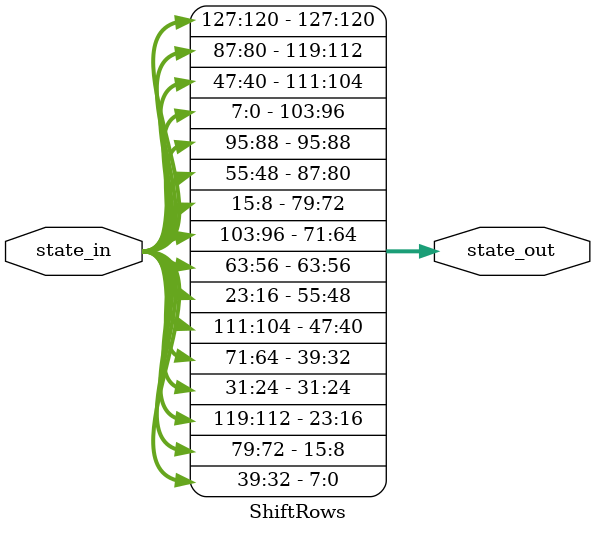
<source format=v>
`timescale 1ns / 1ps


module ShiftRows(
    input wire [127:0] state_in,
    output wire [127:0] state_out
    );
        // build each column (4 bytes) after shifting:
    // col 0: {b0, b5,  b10, b15}
    // col 1: {b4, b9,  b14, b3 }
    // col 2: {b8, b13, b2,  b7 }
    // col 3: {b12,b1,  b6,  b11}
    assign state_out = {
      // col 0
      state_in[127:120],
      state_in[87:80],
      state_in[47:40],
      state_in[7:0],
      // col 1
      state_in[95:88],
      state_in[55:48],
      state_in[15:8],
      state_in[103:96],
      // col 2
      state_in[63:56],
      state_in[23:16],
      state_in[111:104],
      state_in[71:64],
      // col 3
      state_in[31:24],
      state_in[119:112],
      state_in[79:72],
      state_in[39:32]
    };
endmodule

</source>
